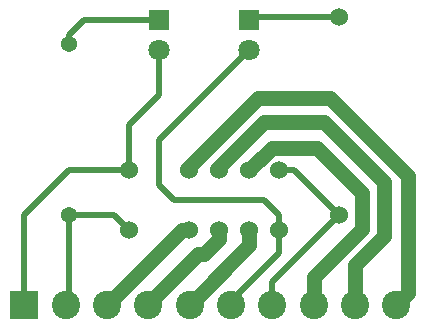
<source format=gtl>
G04 #@! TF.GenerationSoftware,KiCad,Pcbnew,(2017-12-24 revision 570866557)-makepkg*
G04 #@! TF.CreationDate,2018-01-07T21:56:49-05:00*
G04 #@! TF.ProjectId,LatchRelay,4C6174636852656C61792E6B69636164,rev?*
G04 #@! TF.SameCoordinates,Original*
G04 #@! TF.FileFunction,Copper,L1,Top,Signal*
G04 #@! TF.FilePolarity,Positive*
%FSLAX46Y46*%
G04 Gerber Fmt 4.6, Leading zero omitted, Abs format (unit mm)*
G04 Created by KiCad (PCBNEW (2017-12-24 revision 570866557)-makepkg) date Sun Jan  7 21:56:49 2018*
%MOMM*%
%LPD*%
G01*
G04 APERTURE LIST*
%ADD10C,1.524000*%
%ADD11C,1.371600*%
%ADD12R,2.400000X2.400000*%
%ADD13C,2.400000*%
%ADD14C,1.800000*%
%ADD15R,1.800000X1.800000*%
%ADD16C,0.500000*%
%ADD17C,1.250000*%
G04 APERTURE END LIST*
D10*
X153670000Y-65786000D03*
X153670000Y-82550000D03*
D11*
X130810000Y-68072000D03*
X130810000Y-82550000D03*
D12*
X127000000Y-90170000D03*
D13*
X130500000Y-90170000D03*
X134000000Y-90170000D03*
X137500000Y-90170000D03*
X141000000Y-90170000D03*
X144500000Y-90170000D03*
X148000000Y-90170000D03*
X151500000Y-90170000D03*
X155000000Y-90170000D03*
X158500000Y-90170000D03*
D10*
X135890000Y-78740000D03*
X140970000Y-78740000D03*
X143510000Y-78740000D03*
X146050000Y-78740000D03*
X148590000Y-78740000D03*
X135890000Y-83820000D03*
X140970000Y-83820000D03*
X143510000Y-83820000D03*
X146050000Y-83820000D03*
X148590000Y-83820000D03*
D14*
X138430000Y-68580000D03*
D15*
X138430000Y-66040000D03*
X146050000Y-66040000D03*
D14*
X146050000Y-68580000D03*
D16*
X130810000Y-68072000D02*
X130810000Y-67310000D01*
X132080000Y-66040000D02*
X138430000Y-66040000D01*
X130810000Y-67310000D02*
X132080000Y-66040000D01*
X130810000Y-82550000D02*
X130810000Y-89860000D01*
X130810000Y-89860000D02*
X130500000Y-90170000D01*
X130810000Y-82550000D02*
X134620000Y-82550000D01*
X134620000Y-82550000D02*
X135890000Y-83820000D01*
X153670000Y-65786000D02*
X146304000Y-65786000D01*
X146304000Y-65786000D02*
X146050000Y-66040000D01*
X148000000Y-90170000D02*
X148000000Y-88220000D01*
X148000000Y-88220000D02*
X153670000Y-82550000D01*
X153670000Y-82550000D02*
X149860000Y-78740000D01*
X149860000Y-78740000D02*
X148590000Y-78740000D01*
X144500000Y-90170000D02*
X144500000Y-89815000D01*
X144500000Y-89815000D02*
X148590000Y-85725000D01*
X148590000Y-85725000D02*
X148590000Y-83820000D01*
X144500000Y-90170000D02*
X144780000Y-90170000D01*
X148590000Y-83820000D02*
X148590000Y-82550000D01*
X138430000Y-76200000D02*
X146050000Y-68580000D01*
X138430000Y-80010000D02*
X138430000Y-76200000D01*
X139700000Y-81280000D02*
X138430000Y-80010000D01*
X147320000Y-81280000D02*
X139700000Y-81280000D01*
X148590000Y-82550000D02*
X147320000Y-81280000D01*
X127000000Y-90170000D02*
X127000000Y-82550000D01*
X130810000Y-78740000D02*
X135890000Y-78740000D01*
X127000000Y-82550000D02*
X130810000Y-78740000D01*
X138430000Y-68580000D02*
X138430000Y-72390000D01*
X135890000Y-74930000D02*
X135890000Y-78740000D01*
X138430000Y-72390000D02*
X135890000Y-74930000D01*
D17*
X140970000Y-78740000D02*
X140970000Y-78486000D01*
X140970000Y-78486000D02*
X146812000Y-72644000D01*
X146812000Y-72644000D02*
X152908000Y-72644000D01*
X152908000Y-72644000D02*
X159512000Y-79248000D01*
X159512000Y-79248000D02*
X159512000Y-89158000D01*
X159512000Y-89158000D02*
X158500000Y-90170000D01*
X143510000Y-78740000D02*
X143510000Y-78486000D01*
X143510000Y-78486000D02*
X147320000Y-74676000D01*
X147320000Y-74676000D02*
X152400000Y-74676000D01*
X152400000Y-74676000D02*
X157480000Y-79756000D01*
X157480000Y-79756000D02*
X157480000Y-84328000D01*
X157480000Y-84328000D02*
X155000000Y-86808000D01*
X155000000Y-86808000D02*
X155000000Y-90170000D01*
X146050000Y-78740000D02*
X147955000Y-76835000D01*
X151500000Y-87768000D02*
X151500000Y-90170000D01*
X155575000Y-83693000D02*
X151500000Y-87768000D01*
X155575000Y-80645000D02*
X155575000Y-83693000D01*
X151765000Y-76835000D02*
X155575000Y-80645000D01*
X147955000Y-76835000D02*
X151765000Y-76835000D01*
X151500000Y-90170000D02*
X151500000Y-89800000D01*
X134000000Y-90170000D02*
X134000000Y-90155000D01*
X134000000Y-90155000D02*
X140335000Y-83820000D01*
X140335000Y-83820000D02*
X140970000Y-83820000D01*
X137500000Y-90170000D02*
X137500000Y-90084000D01*
X137500000Y-90084000D02*
X141732000Y-85852000D01*
X142240000Y-85852000D02*
X143510000Y-84582000D01*
X141732000Y-85852000D02*
X142240000Y-85852000D01*
X143510000Y-84582000D02*
X143510000Y-83820000D01*
X146050000Y-83820000D02*
X146050000Y-85120000D01*
X146050000Y-85120000D02*
X141000000Y-90170000D01*
M02*

</source>
